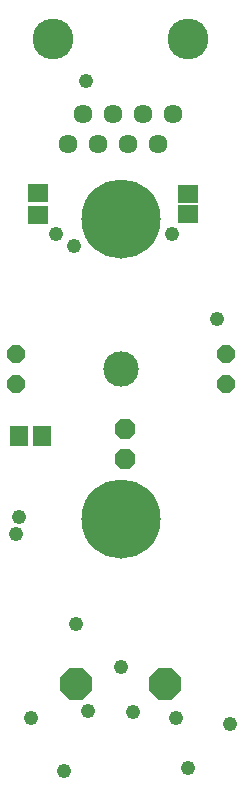
<source format=gts>
G75*
%MOIN*%
%OFA0B0*%
%FSLAX24Y24*%
%IPPOS*%
%LPD*%
%AMOC8*
5,1,8,0,0,1.08239X$1,22.5*
%
%ADD10C,0.1182*%
%ADD11R,0.0671X0.0592*%
%ADD12R,0.0592X0.0710*%
%ADD13C,0.0634*%
%ADD14C,0.1360*%
%ADD15R,0.0710X0.0592*%
%ADD16OC8,0.0600*%
%ADD17OC8,0.0674*%
%ADD18OC8,0.1080*%
%ADD19C,0.0480*%
%ADD20C,0.2639*%
D10*
X004200Y014300D03*
D11*
X006450Y019465D03*
X006450Y020135D03*
D12*
X001574Y012050D03*
X000826Y012050D03*
D13*
X002450Y021800D03*
X002950Y022800D03*
X003450Y021800D03*
X003950Y022800D03*
X004450Y021800D03*
X004950Y022800D03*
X005450Y021800D03*
X005950Y022800D03*
D14*
X006450Y025300D03*
X001950Y025300D03*
D15*
X001450Y020174D03*
X001450Y019426D03*
D16*
X000700Y014800D03*
X000700Y013800D03*
X007700Y013800D03*
X007700Y014800D03*
D17*
X004350Y012300D03*
X004350Y011300D03*
D18*
X005696Y003800D03*
X002704Y003800D03*
D19*
X001200Y002650D03*
X002300Y000900D03*
X003100Y002900D03*
X002700Y005800D03*
X004200Y004350D03*
X004600Y002850D03*
X006050Y002650D03*
X006450Y001000D03*
X007850Y002450D03*
X007400Y015950D03*
X005900Y018800D03*
X003050Y023900D03*
X002050Y018800D03*
X002650Y018400D03*
X000800Y009350D03*
X000700Y008800D03*
D20*
X004200Y009300D03*
X004200Y019300D03*
M02*

</source>
